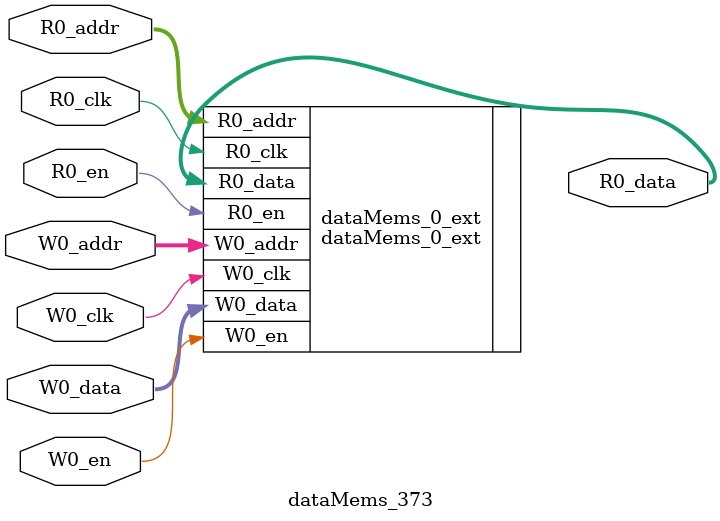
<source format=sv>
`ifndef RANDOMIZE
  `ifdef RANDOMIZE_REG_INIT
    `define RANDOMIZE
  `endif // RANDOMIZE_REG_INIT
`endif // not def RANDOMIZE
`ifndef RANDOMIZE
  `ifdef RANDOMIZE_MEM_INIT
    `define RANDOMIZE
  `endif // RANDOMIZE_MEM_INIT
`endif // not def RANDOMIZE

`ifndef RANDOM
  `define RANDOM $random
`endif // not def RANDOM

// Users can define 'PRINTF_COND' to add an extra gate to prints.
`ifndef PRINTF_COND_
  `ifdef PRINTF_COND
    `define PRINTF_COND_ (`PRINTF_COND)
  `else  // PRINTF_COND
    `define PRINTF_COND_ 1
  `endif // PRINTF_COND
`endif // not def PRINTF_COND_

// Users can define 'ASSERT_VERBOSE_COND' to add an extra gate to assert error printing.
`ifndef ASSERT_VERBOSE_COND_
  `ifdef ASSERT_VERBOSE_COND
    `define ASSERT_VERBOSE_COND_ (`ASSERT_VERBOSE_COND)
  `else  // ASSERT_VERBOSE_COND
    `define ASSERT_VERBOSE_COND_ 1
  `endif // ASSERT_VERBOSE_COND
`endif // not def ASSERT_VERBOSE_COND_

// Users can define 'STOP_COND' to add an extra gate to stop conditions.
`ifndef STOP_COND_
  `ifdef STOP_COND
    `define STOP_COND_ (`STOP_COND)
  `else  // STOP_COND
    `define STOP_COND_ 1
  `endif // STOP_COND
`endif // not def STOP_COND_

// Users can define INIT_RANDOM as general code that gets injected into the
// initializer block for modules with registers.
`ifndef INIT_RANDOM
  `define INIT_RANDOM
`endif // not def INIT_RANDOM

// If using random initialization, you can also define RANDOMIZE_DELAY to
// customize the delay used, otherwise 0.002 is used.
`ifndef RANDOMIZE_DELAY
  `define RANDOMIZE_DELAY 0.002
`endif // not def RANDOMIZE_DELAY

// Define INIT_RANDOM_PROLOG_ for use in our modules below.
`ifndef INIT_RANDOM_PROLOG_
  `ifdef RANDOMIZE
    `ifdef VERILATOR
      `define INIT_RANDOM_PROLOG_ `INIT_RANDOM
    `else  // VERILATOR
      `define INIT_RANDOM_PROLOG_ `INIT_RANDOM #`RANDOMIZE_DELAY begin end
    `endif // VERILATOR
  `else  // RANDOMIZE
    `define INIT_RANDOM_PROLOG_
  `endif // RANDOMIZE
`endif // not def INIT_RANDOM_PROLOG_

// Include register initializers in init blocks unless synthesis is set
`ifndef SYNTHESIS
  `ifndef ENABLE_INITIAL_REG_
    `define ENABLE_INITIAL_REG_
  `endif // not def ENABLE_INITIAL_REG_
`endif // not def SYNTHESIS

// Include rmemory initializers in init blocks unless synthesis is set
`ifndef SYNTHESIS
  `ifndef ENABLE_INITIAL_MEM_
    `define ENABLE_INITIAL_MEM_
  `endif // not def ENABLE_INITIAL_MEM_
`endif // not def SYNTHESIS

module dataMems_373(	// @[generators/ara/src/main/scala/UnsafeAXI4ToTL.scala:365:62]
  input  [4:0]  R0_addr,
  input         R0_en,
  input         R0_clk,
  output [66:0] R0_data,
  input  [4:0]  W0_addr,
  input         W0_en,
  input         W0_clk,
  input  [66:0] W0_data
);

  dataMems_0_ext dataMems_0_ext (	// @[generators/ara/src/main/scala/UnsafeAXI4ToTL.scala:365:62]
    .R0_addr (R0_addr),
    .R0_en   (R0_en),
    .R0_clk  (R0_clk),
    .R0_data (R0_data),
    .W0_addr (W0_addr),
    .W0_en   (W0_en),
    .W0_clk  (W0_clk),
    .W0_data (W0_data)
  );
endmodule


</source>
